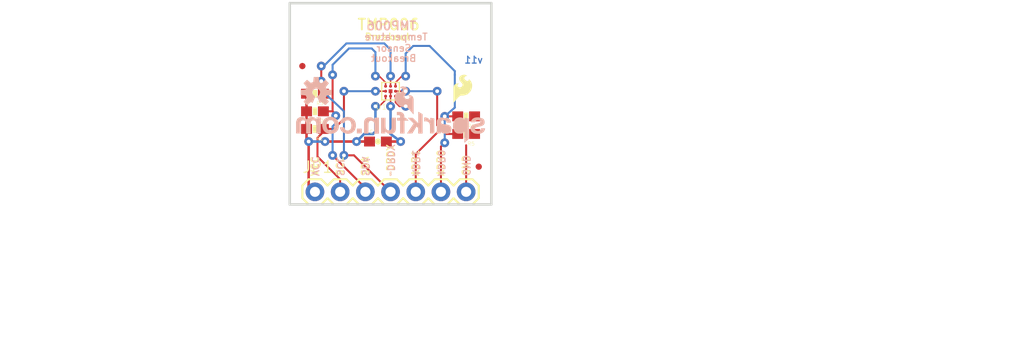
<source format=kicad_pcb>
(kicad_pcb (version 20211014) (generator pcbnew)
  (layers (0 "F.Cu" signal) (1 "In1.Cu" signal) (2 "In2.Cu" signal) (31 "B.Cu" signal) (34 "B.Paste" user) (35 "F.Paste" user) (36 "B.SilkS" user "B.Silkscreen") (37 "F.SilkS" user "F.Silkscreen") (38 "B.Mask" user) (39 "F.Mask" user) (44 "Edge.Cuts" user))
  (net 0 "")
  (net 1 "VCC")
  (net 2 "GND")
  (net 3 "SCL")
  (net 4 "SDA")
  (net 5 "~{DRDY}")
  (net 6 "ADR0")
  (net 7 "ADR1")
  (footprint "boardEagle:0603-RES" (layer "F.Cu") (at 140.8811 103.9876 180)
    (fp_text reference "R3" (at -0.889 -0.762 180) (layer "F.SilkS") (effects (font (size 0.373888 0.373888) (thickness 0.032512)) (justify right top)))
    (fp_text value "10k")
    (fp_poly (pts (xy -0.2286 0.381) (xy 0.2286 0.381) (xy 0.2286 -0.381) (xy -0.2286 -0.381)) (layer "F.SilkS") (width 0) (fill solid))
    (pad "1" smd rect (at -0.85 0 180) (size 1.1 1) (layers "F.Cu" "F.Paste" "F.Mask") (net 5 "~{DRDY}"))
    (pad "2" smd rect (at 0.85 0 180) (size 1.1 1) (layers "F.Cu" "F.Paste" "F.Mask") (net 1 "VCC"))
  )
  (footprint "boardEagle:0603-RES" (layer "F.Cu") (at 140.8811 107.5436 180)
    (fp_text reference "R1" (at -0.889 -0.762 180) (layer "F.SilkS") (effects (font (size 0.373888 0.373888) (thickness 0.032512)) (justify right top)))
    (fp_text value "10k")
    (fp_poly (pts (xy -0.2286 0.381) (xy 0.2286 0.381) (xy 0.2286 -0.381) (xy -0.2286 -0.381)) (layer "F.SilkS") (width 0) (fill solid))
    (pad "1" smd rect (at -0.85 0 180) (size 1.1 1) (layers "F.Cu" "F.Paste" "F.Mask") (net 3 "SCL"))
    (pad "2" smd rect (at 0.85 0 180) (size 1.1 1) (layers "F.Cu" "F.Paste" "F.Mask") (net 1 "VCC"))
  )
  (footprint "boardEagle:MICRO-FIDUCIAL" (layer "F.Cu") (at 157.3911 111.3536)
    (fp_text reference "FID2" hide)
    (fp_text value "FIDUCIALUFIDUCIAL" hide)
    (pad "1" smd roundrect (at 0 0) (size 0.635 0.635) (layers "F.Cu" "F.Mask") (roundrect_rratio 0.5))
  )
  (footprint "boardEagle:STAND-OFF" (layer "F.Cu") (at 140.8811 97.3836)
    (fp_text reference "STANDOFF1" hide)
    (fp_text value "STAND-OFF" hide)
    (pad "" np_thru_hole circle (at 0 0) (size 3.302 3.302) (drill 3.302) (layers *.Cu *.Mask))
  )
  (footprint "boardEagle:STAND-OFF" (layer "F.Cu") (at 156.1211 97.3836)
    (fp_text reference "STANDOFF2" hide)
    (fp_text value "STAND-OFF" hide)
    (pad "" np_thru_hole circle (at 0 0) (size 3.302 3.302) (drill 3.302) (layers *.Cu *.Mask))
  )
  (footprint "boardEagle:0603-RES" (layer "F.Cu") (at 140.8811 105.7656 180)
    (fp_text reference "R2" (at -0.889 -0.762 180) (layer "F.SilkS") (effects (font (size 0.373888 0.373888) (thickness 0.032512)) (justify right top)))
    (fp_text value "10k")
    (fp_poly (pts (xy -0.2286 0.381) (xy 0.2286 0.381) (xy 0.2286 -0.381) (xy -0.2286 -0.381)) (layer "F.SilkS") (width 0) (fill solid))
    (pad "1" smd rect (at -0.85 0 180) (size 1.1 1) (layers "F.Cu" "F.Paste" "F.Mask") (net 4 "SDA"))
    (pad "2" smd rect (at 0.85 0 180) (size 1.1 1) (layers "F.Cu" "F.Paste" "F.Mask") (net 1 "VCC"))
  )
  (footprint "boardEagle:0603-RES" (layer "F.Cu") (at 156.1211 108.0516 180)
    (fp_text reference "R5" (at -0.889 -0.762 180) (layer "F.SilkS") (effects (font (size 0.373888 0.373888) (thickness 0.032512)) (justify right top)))
    (fp_text value "10k")
    (fp_poly (pts (xy -0.2286 0.381) (xy 0.2286 0.381) (xy 0.2286 -0.381) (xy -0.2286 -0.381)) (layer "F.SilkS") (width 0) (fill solid))
    (pad "1" smd rect (at -0.85 0 180) (size 1.1 1) (layers "F.Cu" "F.Paste" "F.Mask") (net 2 "GND"))
    (pad "2" smd rect (at 0.85 0 180) (size 1.1 1) (layers "F.Cu" "F.Paste" "F.Mask") (net 7 "ADR1"))
  )
  (footprint "boardEagle:0603-RES" (layer "F.Cu") (at 156.1211 106.2736 180)
    (fp_text reference "R4" (at -0.889 -0.762 180) (layer "F.SilkS") (effects (font (size 0.373888 0.373888) (thickness 0.032512)) (justify right top)))
    (fp_text value "10k")
    (fp_poly (pts (xy -0.2286 0.381) (xy 0.2286 0.381) (xy 0.2286 -0.381) (xy -0.2286 -0.381)) (layer "F.SilkS") (width 0) (fill solid))
    (pad "1" smd rect (at -0.85 0 180) (size 1.1 1) (layers "F.Cu" "F.Paste" "F.Mask") (net 2 "GND"))
    (pad "2" smd rect (at 0.85 0 180) (size 1.1 1) (layers "F.Cu" "F.Paste" "F.Mask") (net 6 "ADR0"))
  )
  (footprint "boardEagle:0603-CAP" (layer "F.Cu") (at 147.2311 108.8136)
    (fp_text reference "C1" (at -0.889 -0.762) (layer "F.SilkS") (effects (font (size 0.373888 0.373888) (thickness 0.032512)) (justify left bottom)))
    (fp_text value "0.1uF")
    (fp_line (start 0 -0.0305) (end 0 0.0305) (layer "F.SilkS") (width 0.5588))
    (pad "1" smd rect (at -0.85 0) (size 1.1 1) (layers "F.Cu" "F.Paste" "F.Mask") (net 1 "VCC"))
    (pad "2" smd rect (at 0.85 0) (size 1.1 1) (layers "F.Cu" "F.Paste" "F.Mask") (net 2 "GND"))
  )
  (footprint "boardEagle:CREATIVE_COMMONS" (layer "F.Cu") (at 129.4511 129.1336)
    (fp_text reference "FRAME1" hide)
    (fp_text value "FRAME-LETTER" hide)
  )
  (footprint "boardEagle:1X07" (layer "F.Cu") (at 140.8811 113.8936)
    (fp_text reference "JP1" (at -1.3462 -1.8288) (layer "F.SilkS") (effects (font (size 1.143 1.143) (thickness 0.127)) (justify left bottom)))
    (fp_text value "")
    (fp_line (start 8.89 -0.635) (end 9.525 -1.27) (layer "F.SilkS") (width 0.2032))
    (fp_line (start 16.51 -0.635) (end 16.51 0.635) (layer "F.SilkS") (width 0.2032))
    (fp_line (start 12.065 1.27) (end 11.43 0.635) (layer "F.SilkS") (width 0.2032))
    (fp_line (start 3.175 -1.27) (end 3.81 -0.635) (layer "F.SilkS") (width 0.2032))
    (fp_line (start 6.35 0.635) (end 6.985 1.27) (layer "F.SilkS") (width 0.2032))
    (fp_line (start -1.27 0.635) (end -0.635 1.27) (layer "F.SilkS") (width 0.2032))
    (fp_line (start 0.635 -1.27) (end 1.27 -0.635) (layer "F.SilkS") (width 0.2032))
    (fp_line (start 3.81 0.635) (end 3.175 1.27) (layer "F.SilkS") (width 0.2032))
    (fp_line (start 11.43 0.635) (end 10.795 1.27) (layer "F.SilkS") (width 0.2032))
    (fp_line (start -0.635 -1.27) (end 0.635 -1.27) (layer "F.SilkS") (width 0.2032))
    (fp_line (start 5.715 1.27) (end 4.445 1.27) (layer "F.SilkS") (width 0.2032))
    (fp_line (start 6.985 -1.27) (end 8.255 -1.27) (layer "F.SilkS") (width 0.2032))
    (fp_line (start 8.255 1.27) (end 6.985 1.27) (layer "F.SilkS") (width 0.2032))
    (fp_line (start 15.875 1.27) (end 14.605 1.27) (layer "F.SilkS") (width 0.2032))
    (fp_line (start 3.175 1.27) (end 1.905 1.27) (layer "F.SilkS") (width 0.2032))
    (fp_line (start 4.445 1.27) (end 3.81 0.635) (layer "F.SilkS") (width 0.2032))
    (fp_line (start 1.27 -0.635) (end 1.905 -1.27) (layer "F.SilkS") (width 0.2032))
    (fp_line (start 13.335 -1.27) (end 13.97 -0.635) (layer "F.SilkS") (width 0.2032))
    (fp_line (start 1.905 1.27) (end 1.27 0.635) (layer "F.SilkS") (width 0.2032))
    (fp_line (start 10.795 -1.27) (end 11.43 -0.635) (layer "F.SilkS") (width 0.2032))
    (fp_line (start 6.35 0.635) (end 5.715 1.27) (layer "F.SilkS") (width 0.2032))
    (fp_line (start 0.635 1.27) (end -0.635 1.27) (layer "F.SilkS") (width 0.2032))
    (fp_line (start 14.605 -1.27) (end 15.875 -1.27) (layer "F.SilkS") (width 0.2032))
    (fp_line (start 14.605 -1.27) (end 13.97 -0.635) (layer "F.SilkS") (width 0.2032))
    (fp_line (start 9.525 1.27) (end 8.89 0.635) (layer "F.SilkS") (width 0.2032))
    (fp_line (start 13.97 0.635) (end 13.335 1.27) (layer "F.SilkS") (width 0.2032))
    (fp_line (start 11.43 -0.635) (end 12.065 -1.27) (layer "F.SilkS") (width 0.2032))
    (fp_line (start 12.065 -1.27) (end 13.335 -1.27) (layer "F.SilkS") (width 0.2032))
    (fp_line (start 1.905 -1.27) (end 3.175 -1.27) (layer "F.SilkS") (width 0.2032))
    (fp_line (start -0.635 -1.27) (end -1.27 -0.635) (layer "F.SilkS") (width 0.2032))
    (fp_line (start 8.255 -1.27) (end 8.89 -0.635) (layer "F.SilkS") (width 0.2032))
    (fp_line (start 9.525 -1.27) (end 10.795 -1.27) (layer "F.SilkS") (width 0.2032))
    (fp_line (start 15.875 -1.27) (end 16.51 -0.635) (layer "F.SilkS") (width 0.2032))
    (fp_line (start 8.89 0.635) (end 8.255 1.27) (layer "F.SilkS") (width 0.2032))
    (fp_line (start 10.795 1.27) (end 9.525 1.27) (layer "F.SilkS") (width 0.2032))
    (fp_line (start 3.81 -0.635) (end 4.445 -1.27) (layer "F.SilkS") (width 0.2032))
    (fp_line (start 13.335 1.27) (end 12.065 1.27) (layer "F.SilkS") (width 0.2032))
    (fp_line (start 6.985 -1.27) (end 6.35 -0.635) (layer "F.SilkS") (width 0.2032))
    (fp_line (start 13.97 0.635) (end 14.605 1.27) (layer "F.SilkS") (width 0.2032))
    (fp_line (start 1.27 0.635) (end 0.635 1.27) (layer "F.SilkS") (width 0.2032))
    (fp_line (start 16.51 0.635) (end 15.875 1.27) (layer "F.SilkS") (width 0.2032))
    (fp_line (start -1.27 -0.635) (end -1.27 0.635) (layer "F.SilkS") (width 0.2032))
    (fp_line (start 4.445 -1.27) (end 5.715 -1.27) (layer "F.SilkS") (width 0.2032))
    (fp_line (start 5.715 -1.27) (end 6.35 -0.635) (layer "F.SilkS") (width 0.2032))
    (pad "1" thru_hole circle (at 0 0 90) (size 1.8796 1.8796) (drill 1.016) (layers *.Cu *.Mask) (net 1 "VCC"))
    (pad "2" thru_hole circle (at 2.54 0 90) (size 1.8796 1.8796) (drill 1.016) (layers *.Cu *.Mask) (net 3 "SCL"))
    (pad "3" thru_hole circle (at 5.08 0 90) (size 1.8796 1.8796) (drill 1.016) (layers *.Cu *.Mask) (net 4 "SDA"))
    (pad "4" thru_hole circle (at 7.62 0 90) (size 1.8796 1.8796) (drill 1.016) (layers *.Cu *.Mask) (net 5 "~{DRDY}"))
    (pad "5" thru_hole circle (at 10.16 0 90) (size 1.8796 1.8796) (drill 1.016) (layers *.Cu *.Mask) (net 7 "ADR1"))
    (pad "6" thru_hole circle (at 12.7 0 90) (size 1.8796 1.8796) (drill 1.016) (layers *.Cu *.Mask) (net 6 "ADR0"))
    (pad "7" thru_hole circle (at 15.24 0 90) (size 1.8796 1.8796) (drill 1.016) (layers *.Cu *.Mask) (net 2 "GND"))
  )
  (footprint "boardEagle:SFE-LOGO-FLAME" (layer "F.Cu") (at 154.8511 104.8766)
    (fp_text reference "LOGO1" hide)
    (fp_text value "LOGO-SFESK" hide)
    (fp_poly (pts (xy 1.126002 -2.808203) (xy 1.215449 -2.785829) (xy 1.228477 -2.780783) (xy 1.240149 -2.774875) (xy 1.25686 -2.766576) (xy 1.275552 -2.759834) (xy 1.371694 -2.7026) (xy 1.3793 -2.7026) (xy 1.3793 -2.6772) (xy 1.306833 -2.6772) (xy 1.208418 -2.657914) (xy 1.074855 -2.495286) (xy 1.079365 -2.436825) (xy 1.12809 -2.341869) (xy 1.204666 -2.265196) (xy 1.294069 -2.200638) (xy 1.369348 -2.168824) (xy 1.450737 -2.171632) (xy 1.458864 -2.174186) (xy 1.466257 -2.177389) (xy 1.530514 -2.236956) (xy 1.5368 -2.259812) (xy 1.5368 -2.377938) (xy 1.763707 -2.148127) (xy 1.868186 -1.856841) (xy 1.871603 -1.856894) (xy 1.87806 -1.650435) (xy 1.848857 -1.45742) (xy 1.785308 -1.272842) (xy 1.6663 -1.061578) (xy 1.6663 -1.080581) (xy 1.378131 -0.80901) (xy 0.982239 -0.6985) (xy 0.753005 -0.6985) (xy 0.716201 -0.692046) (xy 0.681776 -0.679592) (xy 0.496322 -0.541784) (xy -0.0126 0.03091) (xy -0.0126 -1.52077) (xy 0.060004 -1.761967) (xy 0.168295 -1.865489) (xy 0.307122 -1.917522) (xy 0.4039 -1.925089) (xy 0.499384 -1.917623) (xy 0.55991 -1.908099) (xy 0.557788 -1.884433) (xy 0.522216 -1.885242) (xy 0.501784 -1.876141) (xy 0.420519 -1.817154) (xy 0.400722 -1.79067) (xy 0.390395 -1.7285) (xy 0.400905 -1.665229) (xy 0.421405 -1.625174) (xy 0.452343 -1.592685) (xy 0.546535 -1.54355) (xy 0.652229 -1.531742) (xy 0.742768 -1.550084) (xy 0.82422 -1.589656) (xy 0.92203 -1.754659) (xy 0.907706 -1.848844) (xy 0.850914 -1.930401) (xy 0.584707 -2.263237) (xy 0.561667 -2.510855) (xy 0.627495 -2.621556) (xy 0.629042 -2.623103) (xy 0.778901 -2.74712) (xy 1.032676 -2.817064)) (layer "F.SilkS") (width 0) (fill solid))
  )
  (footprint "boardEagle:MICRO-FIDUCIAL" (layer "F.Cu") (at 139.6111 101.1936)
    (fp_text reference "FID1" hide)
    (fp_text value "FIDUCIALUFIDUCIAL" hide)
    (pad "1" smd roundrect (at 0 0) (size 0.635 0.635) (layers "F.Cu" "F.Mask") (roundrect_rratio 0.5))
  )
  (footprint "boardEagle:BGA8DS" (layer "F.Cu") (at 148.5011 103.7336)
    (fp_text reference "U1" (at -1.524 1.905) (layer "F.SilkS") (effects (font (size 0.560832 0.560832) (thickness 0.048768)) (justify left bottom)))
    (fp_text value "TMP006")
    (fp_line (start 0 0) (end 0 0.500381) (layer "F.Cu") (width 0.127))
    (fp_poly (pts (xy -0.1905 0.1905) (xy 0.1905 0.1905) (xy 0.1905 -0.1905) (xy -0.1905 -0.1905)) (layer "F.Cu") (width 0) (fill solid))
    (fp_line (start -0.889 -0.889) (end 0.889 -0.889) (layer "F.SilkS") (width 0.127))
    (fp_line (start -0.889 0.889) (end -0.889 -0.889) (layer "F.SilkS") (width 0.127))
    (fp_line (start 0.889 0.889) (end -0.889 0.889) (layer "F.SilkS") (width 0.127))
    (fp_line (start 0.889 -0.889) (end 0.889 0.889) (layer "F.SilkS") (width 0.127))
    (fp_circle (center 1.1938 0.6858) (end 1.287781 0.6858) (layer "F.SilkS") (width 0.1778) (fill none))
    (pad "A1" smd roundrect (at 0.500381 0.500381) (size 0.3048 0.3048) (layers "F.Cu" "F.Paste" "F.Mask") (roundrect_rratio 0.5) (net 2 "GND"))
    (pad "A2" smd roundrect (at 0 0.500381) (size 0.3048 0.3048) (layers "F.Cu" "F.Paste" "F.Mask") (roundrect_rratio 0.5) (net 2 "GND"))
    (pad "A3" smd roundrect (at -0.500381 0.500381) (size 0.3048 0.3048) (layers "F.Cu" "F.Paste" "F.Mask") (roundrect_rratio 0.5) (net 1 "VCC"))
    (pad "B1" smd roundrect (at 0.500381 0) (size 0.3048 0.3048) (layers "F.Cu" "F.Paste" "F.Mask") (roundrect_rratio 0.5) (net 7 "ADR1"))
    (pad "B3" smd roundrect (at -0.500381 0) (size 0.3048 0.3048) (layers "F.Cu" "F.Paste" "F.Mask") (roundrect_rratio 0.5) (net 3 "SCL"))
    (pad "C1" smd roundrect (at 0.500381 -0.500381) (size 0.3048 0.3048) (layers "F.Cu" "F.Paste" "F.Mask") (roundrect_rratio 0.5) (net 6 "ADR0"))
    (pad "C2" smd roundrect (at 0 -0.500381) (size 0.3048 0.3048) (layers "F.Cu" "F.Paste" "F.Mask") (roundrect_rratio 0.5) (net 5 "~{DRDY}"))
    (pad "C3" smd roundrect (at -0.500381 -0.500381) (size 0.3048 0.3048) (layers "F.Cu" "F.Paste" "F.Mask") (roundrect_rratio 0.5) (net 4 "SDA"))
  )
  (footprint "boardEagle:OSHW-LOGO-S" (layer "B.Cu") (at 141.0081 103.8606 180)
    (fp_text reference "LOGO2" hide)
    (fp_text value "OSHW-LOGOS" hide)
    (fp_poly (pts (xy 0.301647 1.061351) (xy 0.42347 1.022344) (xy 0.537177 0.963769) (xy 0.92862 1.282946) (xy 1.282946 0.92862) (xy 0.961035 0.533823) (xy 1.057046 0.302084) (xy 1.5638 0.250561) (xy 1.5638 -0.250561) (xy 1.057046 -0.302084) (xy 0.961035 -0.533823) (xy 1.282946 -0.92862) (xy 0.92862 -1.282946) (xy 0.537177 -0.96377) (xy 0.356601 -1.056794) (xy 0.088679 -0.410073) (xy 0.326262 -0.2176) (xy 0.373649 -0.121468) (xy 0.392729 -0.010339) (xy 0.379464 0.101634) (xy 0.334947 0.205229) (xy 0.262842 0.291918) (xy 0.169087 0.354561) (xy 0.061406 0.387999) (xy -0.051342 0.38948) (xy -0.159868 0.358881) (xy -0.255234 0.298724) (xy -0.329589 0.213962) (xy -0.376813 0.111569) (xy -0.392176 0.005767) (xy -0.322923 -0.222565) (xy -0.249312 -0.303773) (xy 0.091677 -0.5081) (xy -0.12929 -0.5081) (xy -0.355332 -1.053732) (xy -0.506597 -0.983577) (xy -0.538922 -0.965192) (xy -0.92862 -1.282946) (xy -1.282946 -0.92862) (xy -0.961035 -0.533823) (xy -1.057046 -0.302084) (xy -1.5638 -0.250561) (xy -1.5638 0.250561) (xy -1.057046 0.302084) (xy -0.961035 0.533823) (xy -1.282946 0.92862) (xy -0.92862 1.282946) (xy -0.533823 0.961035) (xy -0.302084 1.057046) (xy -0.250561 1.5638) (xy 0.250561 1.5638)) (layer "B.SilkS") (width 0) (fill solid))
  )
  (footprint "boardEagle:SFE-NEW-WEBLOGO" (layer "B.Cu") (at 158.0261 108.9406 180)
    (fp_text reference "LOGO3" hide)
    (fp_text value "LOGO-SFENEW" hide)
    (fp_line (start 12.1818 2.0091) (end 12.1818 0.955) (layer "B.SilkS") (width 0.0254))
    (fp_line (start 11.1379 0.9449) (end 10.7163 0.9449) (layer "B.SilkS") (width 0.0254))
    (fp_line (start 15.5499 2.2911) (end 15.527 2.2911) (layer "B.SilkS") (width 0.0254))
    (fp_line (start 15.5499 2.6137) (end 15.5499 2.2911) (layer "B.SilkS") (width 0.0254))
    (fp_line (start 15.5702 2.2962) (end 15.5702 2.6137) (layer "B.SilkS") (width 0.0254))
    (fp_line (start 15.5702 2.6137) (end 15.5854 2.6137) (layer "B.SilkS") (width 0.0254))
    (fp_line (start 10.7163 2.5171) (end 11.1201 2.5171) (layer "B.SilkS") (width 0.0254))
    (fp_line (start 11.1201 2.5171) (end 11.1201 2.2962) (layer "B.SilkS") (width 0.0254))
    (fp_line (start 11.1201 2.2962) (end 11.1277 2.2962) (layer "B.SilkS") (width 0.0254))
    (fp_line (start 12.1818 0.955) (end 11.7729 0.955) (layer "B.SilkS") (width 0.0254))
    (fp_line (start 10.7163 0.9449) (end 10.7163 2.5171) (layer "B.SilkS") (width 0.0254))
    (fp_line (start 11.7729 0.955) (end 11.7729 1.9202) (layer "B.SilkS") (width 0.0254))
    (fp_line (start 11.1379 1.8136) (end 11.1379 0.9449) (layer "B.SilkS") (width 0.0254))
    (fp_arc (start 14.7523 1.5672) (mid 14.792796 1.413418) (end 14.8615 1.27) (layer "B.SilkS") (width 0.0254))
    (fp_arc (start 11.1379 1.8821) (mid 11.137681 1.84785) (end 11.1379 1.8136) (layer "B.SilkS") (width 0.0254))
    (fp_arc (start 12.1488 2.232699) (mid 12.104013 2.336521) (end 12.0345 2.4257) (layer "B.SilkS") (width 0.0254))
    (fp_arc (start 15.1714 1.6383) (mid 15.194331 1.520588) (end 15.24 1.4097) (layer "B.SilkS") (width 0.0254))
    (fp_arc (start 15.527 2.2911) (mid 15.388433 2.258974) (end 15.278099 2.1692) (layer "B.SilkS") (width 0.0254))
    (fp_arc (start 11.7729 1.9202) (mid 11.758038 2.02962) (end 11.7145 2.1311) (layer "B.SilkS") (width 0.0254))
    (fp_arc (start 11.1684 2.0396) (mid 11.146105 1.962214) (end 11.1379 1.8821) (layer "B.SilkS") (width 0.0254))
    (fp_arc (start 15.7277 2.2708) (mid 15.650001 2.290018) (end 15.5702 2.2962) (layer "B.SilkS") (width 0.0254))
    (fp_arc (start 11.1455 2.3038) (mid 11.152103 2.311188) (end 11.1582 2.319) (layer "B.SilkS") (width 0.0254))
    (fp_arc (start 16.129 2.4181) (mid 15.978822 2.520652) (end 15.809 2.5857) (layer "B.SilkS") (width 0.0254))
    (fp_arc (start 15.1689 1.8847) (mid 15.165026 1.761448) (end 15.1714 1.6383) (layer "B.SilkS") (width 0.0254))
    (fp_arc (start 15.5499 2.6137) (mid 15.331296 2.577713) (end 15.1282 2.4892) (layer "B.SilkS") (width 0.0254))
    (fp_arc (start 14.8615 1.27) (mid 14.919858 1.189481) (end 14.9911 1.1201) (layer "B.SilkS") (width 0.0254))
    (fp_arc (start 11.1277 2.2962) (mid 11.137379 2.298176) (end 11.1455 2.3038) (layer "B.SilkS") (width 0.0254))
    (fp_arc (start 11.5672 2.5552) (mid 11.411238 2.523841) (end 11.2725 2.446) (layer "B.SilkS") (width 0.0254))
    (fp_arc (start 15.7632 1.2725) (mid 15.846801 1.329279) (end 15.908 1.4097) (layer "B.SilkS") (width 0.0254))
    (fp_arc (start 15.9868 1.7196) (mid 15.980368 1.846143) (end 15.9588 1.971) (layer "B.SilkS") (width 0.0254))
    (fp_arc (start 11.4198 2.2327) (mid 11.475702 2.235165) (end 11.5316 2.2377) (layer "B.SilkS") (width 0.0254))
    (fp_arc (start 11.2725 2.446) (mid 11.226399 2.404414) (end 11.1862 2.3571) (layer "B.SilkS") (width 0.0254))
    (fp_arc (start 15.128201 2.4892) (mid 14.882786 2.260687) (end 14.7549 1.9507) (layer "B.SilkS") (width 0.0254))
    (fp_arc (start 11.5976 2.2276) (mid 11.565101 2.235925) (end 11.5316 2.2377) (layer "B.SilkS") (width 0.0254))
    (fp_arc (start 12.1818 2.0091) (mid 12.172765 2.122002) (end 12.1488 2.2327) (layer "B.SilkS") (width 0.0254))
    (fp_arc (start 12.0345 2.425699) (mid 11.911985 2.51116) (end 11.7678 2.5502) (layer "B.SilkS") (width 0.0254))
    (fp_arc (start 16.4033 1.808499) (mid 16.333054 2.143404) (end 16.129 2.4181) (layer "B.SilkS") (width 0.0254))
    (fp_arc (start 11.7145 2.1311) (mid 11.664346 2.1894) (end 11.5976 2.2276) (layer "B.SilkS") (width 0.0254))
    (fp_arc (start 15.2781 2.1692) (mid 15.20247 2.035022) (end 15.168899 1.8847) (layer "B.SilkS") (width 0.0254))
    (fp_arc (start 11.7678 2.5502) (mid 11.667584 2.556058) (end 11.5672 2.5552) (layer "B.SilkS") (width 0.0254))
    (fp_arc (start 15.809 2.5857) (mid 15.698073 2.606673) (end 15.5854 2.6137) (layer "B.SilkS") (width 0.0254))
    (fp_arc (start 15.9029 0.9754) (mid 16.153433 1.12491) (end 16.317 1.3665) (layer "B.SilkS") (width 0.0254))
    (fp_arc (start 11.2598 2.1692) (mid 11.206137 2.110016) (end 11.1684 2.0396) (layer "B.SilkS") (width 0.0254))
    (fp_arc (start 15.9588 1.971) (mid 15.910982 2.096372) (end 15.8318 2.2047) (layer "B.SilkS") (width 0.0254))
    (fp_arc (start 16.317 1.3665) (mid 16.380488 1.583529) (end 16.4033 1.8085) (layer "B.SilkS") (width 0.0254))
    (fp_arc (start 15.908 1.4097) (mid 15.966057 1.559906) (end 15.9868 1.7196) (layer "B.SilkS") (width 0.0254))
    (fp_arc (start 15.24 1.4097) (mid 15.31871 1.3127) (end 15.428 1.2522) (layer "B.SilkS") (width 0.0254))
    (fp_arc (start 11.1862 2.3571) (mid 11.172158 2.338081) (end 11.1582 2.319) (layer "B.SilkS") (width 0.0254))
    (fp_arc (start 15.8318 2.2047) (mid 15.783745 2.244042) (end 15.7277 2.2708) (layer "B.SilkS") (width 0.0254))
    (fp_arc (start 14.9911 1.1201) (mid 15.249615 0.972855) (end 15.5423 0.9195) (layer "B.SilkS") (width 0.0254))
    (fp_arc (start 14.7549 1.9507) (mid 14.737287 1.759061) (end 14.7523 1.5672) (layer "B.SilkS") (width 0.0254))
    (fp_arc (start 11.4198 2.2327) (mid 11.334441 2.214452) (end 11.259799 2.1692) (layer "B.SilkS") (width 0.0254))
    (fp_arc (start 15.428 1.2522) (mid 15.597525 1.230563) (end 15.7632 1.2725) (layer "B.SilkS") (width 0.0254))
    (fp_arc (start 15.5423 0.9195) (mid 15.724919 0.932492) (end 15.9029 0.9754) (layer "B.SilkS") (width 0.0254))
    (fp_poly (pts (xy 9.4234 1.520809) (xy 9.472888 1.359974) (xy 9.516069 1.308185) (xy 9.573108 1.271734) (xy 9.714103 1.241374) (xy 9.853529 1.268908) (xy 10.003067 1.442966) (xy 10.033 1.684784) (xy 10.033 2.5273) (xy 10.48 2.5273) (xy 10.48 0.9398) (xy 10.0533 0.9398) (xy 10.0533 1.159713) (xy 9.961626 1.051965) (xy 9.823848 0.946774) (xy 9.797269 0.933513) (xy 9.76873 0.924761) (xy 9.46843 0.899096) (xy 9.311419 0.929258) (xy 9.173895 1.0008) (xy 9.172522 1.0008) (xy 9.155194 1.014756) (xy 9.141833 1.028106) (xy 9.055991 1.150842) (xy 9.0022 1.291099) (xy 8.984 1.439423) (xy 8.984 2.5324) (xy 9.4234 2.5324)) (layer "B.SilkS") (width 0) (fill solid))
    (fp_poly (pts (xy 8.337002 5.691103) (xy 8.426449 5.668729) (xy 8.439477 5.663683) (xy 8.451149 5.657775) (xy 8.46786 5.649476) (xy 8.486552 5.642734) (xy 8.582694 5.5855) (xy 8.5903 5.5855) (xy 8.5903 5.5601) (xy 8.517833 5.5601) (xy 8.419418 5.540814) (xy 8.285855 5.378186) (xy 8.290365 5.319725) (xy 8.33909 5.224769) (xy 8.415666 5.148096) (xy 8.505069 5.083538) (xy 8.580348 5.051724) (xy 8.661737 5.054532) (xy 8.669864 5.057086) (xy 8.677257 5.060289) (xy 8.741514 5.119856) (xy 8.7478 5.142712) (xy 8.7478 5.260838) (xy 8.974707 5.031027) (xy 9.079186 4.739741) (xy 9.082603 4.739794) (xy 9.08906 4.533335) (xy 9.059857 4.34032) (xy 8.996308 4.155742) (xy 8.8773 3.944478) (xy 8.8773 3.963481) (xy 8.589131 3.69191) (xy 8.193239 3.5814) (xy 7.964005 3.5814) (xy 7.927201 3.574946) (xy 7.892776 3.562492) (xy 7.707322 3.424684) (xy 7.1984 2.85199) (xy 7.1984 4.40367) (xy 7.271004 4.644867) (xy 7.379295 4.748389) (xy 7.518122 4.800422) (xy 7.6149 4.807989) (xy 7.710384 4.800523) (xy 7.77091 4.790999) (xy 7.768788 4.767333) (xy 7.733216 4.768142) (xy 7.712784 4.759041) (xy 7.631519 4.700054) (xy 7.611722 4.67357) (xy 7.601395 4.6114) (xy 7.611905 4.548129) (xy 7.632405 4.508074) (xy 7.663343 4.475585) (xy 7.757535 4.42645) (xy 7.863229 4.414642) (xy 7.953768 4.432984) (xy 8.03522 4.472556) (xy 8.13303 4.637559) (xy 8.118706 4.731744) (xy 8.061914 4.813301) (xy 7.795707 5.146137) (xy 7.772667 5.393755) (xy 7.838495 5.504456) (xy 7.840042 5.506003) (xy 7.989901 5.63002) (xy 8.243676 5.699964)) (layer "B.SilkS") (width 0) (fill solid))
    (fp_poly (pts (xy 0.803285 2.567895) (xy 0.944243 2.553799) (xy 1.081508 2.516334) (xy 1.193542 2.461399) (xy 1.291841 2.383865) (xy 1.357039 2.297824) (xy 1.377068 2.257603) (xy 1.393653 2.216867) (xy 1.417283 2.151914) (xy 1.353784 2.105111) (xy 1.152335 2.254241) (xy 0.736496 2.387002) (xy 0.372563 2.277101) (xy 0.417885 2.019712) (xy 1.241556 1.540676) (xy 1.263422 1.497067) (xy 1.147655 1.152457) (xy 0.724605 1.058492) (xy -0.038666 1.4605) (xy 0.4115 1.4605) (xy 0.4115 1.443466) (xy 0.420402 1.369907) (xy 0.454647 1.305856) (xy 0.524204 1.243359) (xy 0.610838 1.206018) (xy 0.637726 1.200933) (xy 0.665996 1.198897) (xy 0.7328 1.198389) (xy 0.79791 1.198884) (xy 0.968129 1.258019) (xy 1.007666 1.302193) (xy 1.028603 1.358428) (xy 1.025789 1.425439) (xy 0.995864 1.485288) (xy 0.943734 1.527918) (xy 0.715431 1.605731) (xy 0.533161 1.644154) (xy 0.351479 1.692254) (xy 0.230117 1.743632) (xy 0.122357 1.822697) (xy 0.0457 1.960096) (xy 0.0457 1.963141) (xy 0.038572 2.135467) (xy 0.0838 2.300409) (xy 0.0838 2.303445) (xy 0.206233 2.444416) (xy 0.620397 2.567885) (xy 0.71245 2.568634)) (layer "B.SilkS") (width 0) (fill solid))
    (fp_poly (pts (xy 12.4257 0.9449) (xy 12.921 0.9449) (xy 12.921 1.43) (xy 12.4257 1.43)) (layer "B.SilkS") (width 0) (fill solid))
    (fp_poly (pts (xy 2.834651 2.506079) (xy 2.92707 2.450683) (xy 3.011605 2.383731) (xy 3.1267 2.221709) (xy 3.1267 2.263503) (xy 3.219434 1.972794) (xy 3.236098 1.526727) (xy 3.068933 1.135798) (xy 2.975978 1.041462) (xy 2.864973 0.970996) (xy 2.740356 0.92713) (xy 2.372489 0.922) (xy 2.370226 0.922) (xy 2.254471 0.962806) (xy 2.0828 1.127587) (xy 2.0828 -0.010757) (xy 1.6434 0.385552) (xy 1.6434 2.45912) (xy 2.057593 2.537568) (xy 2.055012 2.330538) (xy 2.068304 2.345345) (xy 2.15812 2.442839) (xy 2.234107 2.497896) (xy 2.368681 2.552194) (xy 2.419192 2.562883) (xy 2.620347 2.565422)) (layer "B.SilkS") (width 0) (fill solid))
    (fp_poly (pts (xy 1.201557 2.290098) (xy 1.414074 2.156268) (xy 1.42383 2.065) (xy 1.01008 2.065) (xy 1.00135 2.126336) (xy 0.936084 2.220524) (xy 0.871818 2.257603) (xy 0.798545 2.2758) (xy 0.628591 2.2758) (xy 0.583991 2.267366) (xy 0.541641 2.251683) (xy 0.51157 2.232098) (xy 0.488615 2.205726) (xy 0.469153 2.152745) (xy 0.474605 2.097619) (xy 0.521549 2.031824) (xy 0.664468 1.962838) (xy 0.866638 1.922444) (xy 1.206678 1.822687) (xy 1.354318 1.729494) (xy 1.389578 1.692366) (xy 1.416579 1.648151) (xy 1.460229 1.440208) (xy 1.447804 1.4376) (xy 1.460484 1.436955) (xy 1.457817 1.384541) (xy 1.452657 1.33034) (xy 1.371775 1.140043) (xy 1.14885 0.969822) (xy 1.013381 0.927267) (xy 0.74708 0.904177) (xy 0.617383 0.909691) (xy 0.487493 0.922202) (xy 0.306845 0.984179) (xy 0.185213 1.061804) (xy 0.109225 1.132023) (xy 0.056988 1.2215) (xy 0.013059 1.350644) (xy 0.002577 1.410659) (xy -0.00152 1.469003) (xy 0.738195 1.10308) (xy 1.120535 1.189415) (xy 1.224069 1.497645) (xy 0.809011 1.723764) (xy 0.364394 1.98847) (xy 0.308075 2.310537) (xy 0.741882 2.423672)) (layer "B.SilkS") (width 0) (fill solid))
    (fp_poly (pts (xy 11.770768 2.56283) (xy 12.043428 2.435548) (xy 12.160999 2.237024) (xy 12.1945 2.010032) (xy 12.1945 0.9423) (xy 11.7602 0.9423) (xy 11.7602 1.918474) (xy 11.70302 2.124971) (xy 11.656141 2.179464) (xy 11.593345 2.215403) (xy 11.53092 2.224956) (xy 11.476269 2.222478) (xy 11.422495 2.220106) (xy 11.268 2.158791) (xy 11.18035 2.034508) (xy 11.1506 1.880883) (xy 11.1506 0.9322) (xy 10.7036 0.9322) (xy 10.7036 2.5298) (xy 11.1328 2.5298) (xy 11.1328 2.310454) (xy 11.136857 2.313263) (xy 11.148195 2.326834) (xy 11.161924 2.345602) (xy 11.176241 2.364992) (xy 11.217267 2.413279) (xy 11.265048 2.456381) (xy 11.406772 2.535896) (xy 11.566093 2.567932)) (layer "B.SilkS") (width 0) (fill solid))
    (fp_poly (pts (xy 6.7335 1.97376) (xy 7.284539 2.5248) (xy 7.78835 2.5248) (xy 7.197009 1.946483) (xy 7.869909 0.937183) (xy 7.330929 0.939835) (xy 6.903958 1.643716) (xy 6.7386 1.483032) (xy 6.7386 0.9296) (xy 6.306639 0.9296) (xy 6.2941 0.942139) (xy 6.2941 2.887776) (xy 6.7335 3.138467)) (layer "B.SilkS") (width 0) (fill solid))
    (fp_poly (pts (xy 14.181776 2.563159) (xy 14.181555 2.560669) (xy 14.327447 2.496725) (xy 14.547848 2.246517) (xy 14.619242 1.9914) (xy 14.1707 1.9914) (xy 14.1707 2.005388) (xy 14.15242 2.10038) (xy 14.100807 2.180729) (xy 14.023181 2.236025) (xy 13.860405 2.2706) (xy 13.694207 2.245798) (xy 13.653262 2.227396) (xy 13.618712 2.198612) (xy 13.531409 2.074936) (xy 13.459735 1.779947) (xy 13.507258 1.471936) (xy 13.55233 1.379537) (xy 13.718934 1.256376) (xy 13.795519 1.238584) (xy 13.875272 1.234455) (xy 13.963395 1.249226) (xy 14.044683 1.286045) (xy 14.088707 1.320383) (xy 14.123821 1.362695) (xy 14.191983 1.5646) (xy 14.6202 1.5646) (xy 14.6202 1.546046) (xy 14.607183 1.4497) (xy 14.551954 1.307962) (xy 14.468685 1.180108) (xy 14.234909 0.989147) (xy 13.88734 0.904104) (xy 13.726062 0.914148) (xy 13.567886 0.942693) (xy 13.423659 0.994928) (xy 13.188191 1.185237) (xy 13.098694 1.32648) (xy 13.017451 1.644495) (xy 13.0251 1.894992) (xy 13.0251 1.896181) (xy 13.064859 2.076939) (xy 13.14486 2.243932) (xy 13.26133 2.388842) (xy 13.574558 2.580191) (xy 13.883988 2.616332)) (layer "B.SilkS") (width 0) (fill solid))
    (fp_poly (pts (xy 4.444983 2.544915) (xy 4.588724 2.501712) (xy 4.72259 2.430523) (xy 4.844814 2.271666) (xy 4.859671 2.1819) (xy 4.8616 2.1819) (xy 4.8616 1.6891) (xy 4.864173 1.6891) (xy 4.861603 1.242544) (xy 4.871819 1.108765) (xy 4.906709 0.979276) (xy 4.920484 0.9423) (xy 4.495275 0.9423) (xy 4.477494 0.951279) (xy 4.472002 0.970735) (xy 4.468249 0.985133) (xy 4.446292 1.084946) (xy 4.440321 1.089528) (xy 4.438946 1.088886) (xy 4.309064 0.98859) (xy 4.153188 0.927249) (xy 3.824183 0.906712) (xy 3.683825 0.938256) (xy 3.554173 1.000134) (xy 3.486826 1.05665) (xy 3.437273 1.130532) (xy 3.3807 1.444163) (xy 3.3807 1.446675) (xy 3.401941 1.543624) (xy 3.446308 1.632822) (xy 3.527788 1.722902) (xy 3.632416 1.784766) (xy 3.937258 1.861632) (xy 4.048648 1.873601) (xy 4.159032 1.884616) (xy 4.224808 1.893434) (xy 4.289167 1.907055) (xy 4.336271 1.923637) (xy 4.379043 1.948303) (xy 4.407461 1.974391) (xy 4.413402 1.982997) (xy 4.4171 1.991455) (xy 4.4171 2.14983) (xy 4.358226 2.232254) (xy 4.254396 2.270917) (xy 4.188033 2.274326) (xy 4.120968 2.275774) (xy 4.006679 2.25395) (xy 3.883049 2.131716) (xy 3.8659 2.045941) (xy 3.8659 2.0295) (xy 3.429 2.0295) (xy 3.429 2.040006) (xy 3.418965 2.041638) (xy 3.439259 2.166448) (xy 3.491292 2.283494) (xy 3.571378 2.383462) (xy 3.674008 2.459597) (xy 3.791998 2.513469) (xy 3.916944 2.547448) (xy 4.18103 2.571338)) (layer "B.SilkS") (width 0) (fill solid))
    (fp_poly (pts (xy 6.1316 2.557116) (xy 6.1316 2.1463) (xy 6.115783 2.1463) (xy 6.10653 2.147054) (xy 6.097893 2.149211) (xy 6.068387 2.157247) (xy 6.038922 2.161538) (xy 5.96265 2.16474) (xy 5.887609 2.16159) (xy 5.731931 2.107297) (xy 5.637642 2.018651) (xy 5.577302 1.903423) (xy 5.5499 1.736362) (xy 5.5499 0.9423) (xy 5.107878 0.9423) (xy 5.110519 2.454146) (xy 5.522 2.527255) (xy 5.522 2.234211) (xy 5.526569 2.235704) (xy 5.544428 2.262537) (xy 5.578841 2.314524) (xy 5.613758 2.367854) (xy 5.686736 2.438162) (xy 5.778008 2.498223) (xy 5.979984 2.565515)) (layer "B.SilkS") (width 0) (fill solid))
    (fp_poly (pts (xy 17.714962 2.583496) (xy 17.714669 2.58013) (xy 17.812284 2.526288) (xy 17.900302 2.442716) (xy 17.956995 2.351455) (xy 17.961394 2.355854) (xy 18.007182 2.404147) (xy 18.086856 2.480888) (xy 18.177617 2.546023) (xy 18.30384 2.60027) (xy 18.440544 2.616304) (xy 18.698981 2.580082) (xy 18.93345 2.426436) (xy 19.05 2.112985) (xy 19.05 0.9398) (xy 18.6004 0.9398) (xy 18.6004 1.979658) (xy 18.558302 2.150487) (xy 18.49797 2.220003) (xy 18.412014 2.255689) (xy 18.322362 2.262413) (xy 18.233537 2.253336) (xy 18.121633 2.190061) (xy 18.068614 2.109201) (xy 18.041426 2.014408) (xy 18.036069 1.960144) (xy 18.034 1.904767) (xy 18.034 0.9398) (xy 17.5768 0.9398) (xy 17.5768 2.006808) (xy 17.507834 2.191589) (xy 17.433119 2.246143) (xy 17.339789 2.26304) (xy 17.298061 2.260863) (xy 17.256145 2.258198) (xy 17.19103 2.2421) (xy 17.135402 2.205103) (xy 17.092564 2.160343) (xy 17.055171 2.112821) (xy 17.0155 1.934108) (xy 17.0155 0.9423) (xy 16.5583 0.9423) (xy 16.5583 2.573) (xy 16.9824 2.573) (xy 16.9824 2.355139) (xy 16.985319 2.355789) (xy 17.015959 2.3959) (xy 17.093229 2.475705) (xy 17.171263 2.538367) (xy 17.262579 2.579887) (xy 17.318155 2.59498) (xy 17.374103 2.605849) (xy 17.443329 2.614463) (xy 17.514022 2.618767)) (layer "B.SilkS") (width 0) (fill solid))
    (fp_poly (pts (xy 15.5499 2.609649) (xy 15.5499 2.29782) (xy 15.429469 2.281338) (xy 15.314616 2.217851) (xy 15.23586 2.109416) (xy 15.196312 2.020604) (xy 15.168868 1.873153) (xy 15.163824 1.687316) (xy 15.181322 1.562471) (xy 15.218744 1.447652) (xy 15.272523 1.345) (xy 15.437302 1.244156) (xy 15.6121 1.221967) (xy 15.787119 1.281181) (xy 15.894998 1.379217) (xy 15.949332 1.500229) (xy 15.9868 1.655017) (xy 15.9868 1.797481) (xy 15.961756 1.990339) (xy 15.88736 2.151531) (xy 15.803924 2.232457) (xy 15.708711 2.283762) (xy 15.58997 2.2936) (xy 15.567485 2.2936) (xy 15.57294 2.617878) (xy 15.788992 2.590535) (xy 15.954486 2.53364) (xy 16.155367 2.394616) (xy 16.266844 2.264968) (xy 16.37246 2.027864) (xy 16.400898 1.805948) (xy 16.375193 1.592623) (xy 16.305839 1.343513) (xy 16.222719 1.211114) (xy 16.101494 1.095067) (xy 15.987532 1.014773) (xy 15.799031 0.950211) (xy 15.544583 0.924513) (xy 15.240687 0.965682) (xy 14.951456 1.146439) (xy 14.788469 1.399985) (xy 14.726674 1.793647) (xy 14.809154 2.154405) (xy 15.026083 2.4307) (xy 15.368412 2.600648) (xy 15.51864 2.6187) (xy 15.52691 2.6187)) (layer "B.SilkS") (width 0) (fill solid))
    (fp_poly (pts (xy 8.809435 3.119895) (xy 8.875117 3.1166) (xy 8.89 3.1166) (xy 8.89 2.7889) (xy 8.869112 2.7889) (xy 8.841108 2.7915) (xy 8.660351 2.7915) (xy 8.587936 2.740064) (xy 8.571192 2.699602) (xy 8.5649 2.653436) (xy 8.5649 2.5273) (xy 8.8621 2.5273) (xy 8.8621 2.2352) (xy 8.5623 2.2352) (xy 8.5623 0.9322) (xy 8.1204 0.9322) (xy 8.1204 2.232779) (xy 7.70383 2.235391) (xy 7.995739 2.5273) (xy 8.1255 2.5273) (xy 8.1255 2.560826) (xy 8.143432 2.77702) (xy 8.219199 2.938937) (xy 8.324367 3.032939) (xy 8.449534 3.095959) (xy 8.586403 3.1242) (xy 8.743112 3.1242)) (layer "B.SilkS") (width 0) (fill solid))
  )
  (gr_line (start 158.6611 115.1636) (end 158.6611 94.8436) (layer "Edge.Cuts") (width 0.254))
  (gr_line (start 158.6611 94.8436) (end 138.3411 94.8436) (layer "Edge.Cuts") (width 0.254))
  (gr_line (start 138.3411 115.1636) (end 158.6611 115.1636) (layer "Edge.Cuts") (width 0.254))
  (gr_line (start 138.3411 94.8436) (end 138.3411 115.1636) (layer "Edge.Cuts") (width 0.254))
  (gr_text "v11" (at 155.8671 100.1776) (layer "B.Cu") (effects (font (size 0.69088 0.69088) (thickness 0.12192)) (justify right top mirror)))
  (gr_text "~DRDY" (at 148.1201 112.3696 -90) (layer "B.SilkS") (effects (font (size 0.69088 0.69088) (thickness 0.12192)) (justify left bottom mirror)))
  (gr_text "Temperature" (at 152.3111 98.6536) (layer "B.SilkS") (effects (font (size 0.69088 0.69088) (thickness 0.12192)) (justify left bottom mirror)))
  (gr_text "ADR1" (at 150.6601 112.3696 -90) (layer "B.SilkS") (effects (font (size 0.69088 0.69088) (thickness 0.12192)) (justify left bottom mirror)))
  (gr_text "SCL" (at 143.0401 112.3696 -90) (layer "B.SilkS") (effects (font (size 0.69088 0.69088) (thickness 0.12192)) (justify left bottom mirror)))
  (gr_text "Sensor" (at 150.6601 99.7966) (layer "B.SilkS") (effects (font (size 0.69088 0.69088) (thickness 0.12192)) (justify left bottom mirror)))
  (gr_text "SDA" (at 145.5801 112.3696 -90) (layer "B.SilkS") (effects (font (size 0.69088 0.69088) (thickness 0.12192)) (justify left bottom mirror)))
  (gr_text "GND" (at 155.7401 112.3696 -90) (layer "B.SilkS") (effects (font (size 0.69088 0.69088) (thickness 0.12192)) (justify left bottom mirror)))
  (gr_text "VCC" (at 140.5001 112.3696 -90) (layer "B.SilkS") (effects (font (size 0.69088 0.69088) (thickness 0.12192)) (justify left bottom mirror)))
  (gr_text "ADR0" (at 153.2001 112.3696 -90) (layer "B.SilkS") (effects (font (size 0.69088 0.69088) (thickness 0.12192)) (justify left bottom mirror)))
  (gr_text "Breakout" (at 151.1681 100.8126) (layer "B.SilkS") (effects (font (size 0.69088 0.69088) (thickness 0.12192)) (justify left bottom mirror)))
  (gr_text "TMP006" (at 151.1681 97.6376) (layer "B.SilkS") (effects (font (size 0.8636 0.8636) (thickness 0.1524)) (justify left bottom mirror)))
  (gr_text "SCL" (at 143.8021 112.3696 90) (layer "F.SilkS") (effects (font (size 0.69088 0.69088) (thickness 0.12192)) (justify left bottom)))
  (gr_text "VCC" (at 141.2621 112.3696 90) (layer "F.SilkS") (effects (font (size 0.69088 0.69088) (thickness 0.12192)) (justify left bottom)))
  (gr_text "ADR0" (at 153.9621 112.3696 90) (layer "F.SilkS") (effects (font (size 0.69088 0.69088) (thickness 0.12192)) (justify left bottom)))
  (gr_text "TMP006" (at 145.0721 97.6376) (layer "F.SilkS") (effects (font (size 1.0795 1.0795) (thickness 0.1905)) (justify left bottom)))
  (gr_text "Breakout" (at 145.8341 98.6536) (layer "F.SilkS") (effects (font (size 0.69088 0.69088) (thickness 0.12192)) (justify left bottom)))
  (gr_text "ADR1" (at 151.4221 112.3696 90) (layer "F.SilkS") (effects (font (size 0.69088 0.69088) (thickness 0.12192)) (justify left bottom)))
  (gr_text "SDA" (at 146.3421 112.3696 90) (layer "F.SilkS") (effects (font (size 0.69088 0.69088) (thickness 0.12192)) (justify left bottom)))
  (gr_text "~DRDY" (at 148.8821 112.3696 90) (layer "F.SilkS") (effects (font (size 0.69088 0.69088) (thickness 0.12192)) (justify left bottom)))
  (gr_text "GND" (at 156.5021 112.3696 90) (layer "F.SilkS") (effects (font (size 0.69088 0.69088) (thickness 0.12192)) (justify left bottom)))
  (segment (start 147.3581 105.2576) (end 146.9771 105.2576) (width 0.1524) (layer "F.Cu") (net 1))
  (segment (start 140.2461 108.8136) (end 140.2461 113.2586) (width 0.254) (layer "F.Cu") (net 1))
  (segment (start 140.2461 113.2586) (end 140.8811 113.8936) (width 0.254) (layer "F.Cu") (net 1))
  (segment (start 145.0721 108.8136) (end 146.3811 108.8136) (width 0.254) (layer "F.Cu") (net 1))
  (segment (start 140.2461 107.5586) (end 140.0311 107.5436) (width 0.1524) (layer "F.Cu") (net 1))
  (segment (start 148.000718 104.233982) (end 148.000718 104.614982) (width 0.1524) (layer "F.Cu") (net 1))
  (segment (start 140.0311 107.5436) (end 140.0311 105.7656) (width 0.254) (layer "F.Cu") (net 1))
  (segment (start 140.0311 105.7656) (end 140.0311 103.9876) (width 0.254) (layer "F.Cu") (net 1))
  (segment (start 148.000718 104.614982) (end 147.3581 105.2576) (width 0.1524) (layer "F.Cu") (net 1))
  (segment (start 140.0311 108.5986) (end 140.0311 107.5436) (width 0.254) (layer "F.Cu") (net 1))
  (segment (start 141.8971 108.8136) (end 145.0721 108.8136) (width 0.254) (layer "F.Cu") (net 1))
  (segment (start 140.2461 108.8136) (end 140.0311 108.5986) (width 0.254) (layer "F.Cu") (net 1))
  (via (at 146.9771 105.2576) (size 0.889) (drill 0.381) (layers "F.Cu" "B.Cu") (net 1))
  (via (at 141.8971 108.8136) (size 0.889) (drill 0.381) (layers "F.Cu" "B.Cu") (net 1))
  (via (at 140.2461 108.8136) (size 0.889) (drill 0.381) (layers "F.Cu" "B.Cu") (net 1))
  (via (at 145.0721 108.8136) (size 0.889) (drill 0.381) (layers "F.Cu" "B.Cu") (net 1))
  (segment (start 146.9771 107.7976) (end 146.7231 108.0516) (width 0.254) (layer "B.Cu") (net 1))
  (segment (start 140.2461 108.8136) (end 141.8971 108.8136) (width 0.254) (layer "B.Cu") (net 1))
  (segment (start 146.9771 105.2576) (end 146.9771 107.7976) (width 0.254) (layer "B.Cu") (net 1))
  (segment (start 146.7231 108.0516) (end 145.8341 108.0516) (width 0.254) (layer "B.Cu") (net 1))
  (segment (start 145.8341 108.0516) (end 145.0721 108.8136) (width 0.254) (layer "B.Cu") (net 1))
  (segment (start 149.5171 108.8136) (end 148.0811 108.8136) (width 0.254) (layer "F.Cu") (net 2))
  (segment (start 149.001481 104.233982) (end 149.001481 104.868982) (width 0.1524) (layer "F.Cu") (net 2))
  (segment (start 148.5011 104.233982) (end 148.5011 105.2576) (width 0.1524) (layer "F.Cu") (net 2))
  (segment (start 156.7561 107.5586) (end 156.9711 108.0516) (width 0.1524) (layer "F.Cu") (net 2))
  (segment (start 149.001481 104.868982) (end 149.3901 105.2576) (width 0.1524) (layer "F.Cu") (net 2))
  (segment (start 156.9711 108.3446) (end 156.9711 108.0516) (width 0.2032) (layer "F.Cu") (net 2))
  (segment (start 149.3901 105.2576) (end 150.0251 105.2576) (width 0.1524) (layer "F.Cu") (net 2))
  (segment (start 156.1211 113.8936) (end 156.1211 109.1946) (width 0.2032) (layer "F.Cu") (net 2))
  (via (at 148.5011 105.2576) (size 0.889) (drill 0.381) (layers "F.Cu" "B.Cu") (net 2))
  (via (at 149.5171 108.8136) (size 0.889) (drill 0.381) (layers "F.Cu" "B.Cu") (net 2))
  (via (at 150.0251 105.2576) (size 0.889) (drill 0.381) (layers "F.Cu" "B.Cu") (net 2))
  (segment (start 148.5011 108.0516) (end 149.5171 108.8136) (width 0.254) (layer "B.Cu") (net 2))
  (segment (start 148.5011 105.2576) (end 148.5011 108.0516) (width 0.254) (layer "B.Cu") (net 2))
  (segment (start 143.4211 112.6236) (end 143.4211 113.8936) (width 0.2032) (layer "F.Cu") (net 3))
  (segment (start 141.1351 108.4326) (end 141.5161 108.0516) (width 0.2032) (layer "F.Cu") (net 3))
  (segment (start 141.1351 110.3376) (end 141.1351 108.4326) (width 0.2032) (layer "F.Cu") (net 3))
  (segment (start 143.8021 106.5276) (end 143.8021 103.7336) (width 0.2032) (layer "F.Cu") (net 3))
  (segment (start 141.5161 108.0516) (end 141.5161 107.5586) (width 0.2032) (layer "F.Cu") (net 3))
  (segment (start 141.5161 107.5586) (end 141.7311 107.5436) (width 0.1524) (layer "F.Cu") (net 3))
  (segment (start 148.000718 103.7336) (end 146.9771 103.7336) (width 0.1524) (layer "F.Cu") (net 3))
  (segment (start 143.8021 106.5276) (end 142.7861 107.5436) (width 0.2032) (layer "F.Cu") (net 3))
  (segment (start 141.1351 110.3376) (end 143.4211 112.6236) (width 0.2032) (layer "F.Cu") (net 3))
  (segment (start 142.7861 107.5436) (end 141.7311 107.5436) (width 0.2032) (layer "F.Cu") (net 3))
  (segment (start 141.6581 107.6706) (end 141.7311 107.5436) (width 0.1524) (layer "F.Cu") (net 3))
  (via (at 146.9771 103.7336) (size 0.889) (drill 0.381) (layers "F.Cu" "B.Cu") (net 3))
  (via (at 143.8021 103.7336) (size 0.889) (drill 0.381) (layers "F.Cu" "B.Cu") (net 3))
  (segment (start 146.9771 103.7336) (end 143.8021 103.7336) (width 0.2032) (layer "B.Cu") (net 3))
  (segment (start 141.7311 105.7656) (end 142.6591 105.7656) (width 0.2032) (layer "F.Cu") (net 4))
  (segment (start 142.6591 102.0826) (end 142.6591 105.7656) (width 0.2032) (layer "F.Cu") (net 4))
  (segment (start 148.000718 103.233219) (end 148.000718 102.852219) (width 0.1524) (layer "F.Cu") (net 4))
  (segment (start 147.3581 102.2096) (end 146.9771 102.2096) (width 0.1524) (layer "F.Cu") (net 4))
  (segment (start 142.9766 106.0831) (end 142.9766 106.2101) (width 0.2032) (layer "F.Cu") (net 4))
  (segment (start 145.9611 113.5126) (end 142.6591 110.2106) (width 0.2032) (layer "F.Cu") (net 4))
  (segment (start 142.6591 105.7656) (end 142.9766 106.0831) (width 0.2032) (layer "F.Cu") (net 4))
  (segment (start 145.9611 113.8936) (end 145.9611 113.5126) (width 0.2032) (layer "F.Cu") (net 4))
  (segment (start 148.000718 102.852219) (end 147.3581 102.2096) (width 0.1524) (layer "F.Cu") (net 4))
  (via (at 146.9771 102.2096) (size 0.889) (drill 0.381) (layers "F.Cu" "B.Cu") (net 4))
  (via (at 142.6591 110.2106) (size 0.889) (drill 0.381) (layers "F.Cu" "B.Cu") (net 4))
  (via (at 142.9766 106.2101) (size 0.889) (drill 0.381) (layers "F.Cu" "B.Cu") (net 4))
  (via (at 142.6591 102.0826) (size 0.889) (drill 0.381) (layers "F.Cu" "B.Cu") (net 4))
  (segment (start 146.9771 99.7966) (end 146.5961 99.4156) (width 0.2032) (layer "B.Cu") (net 4))
  (segment (start 146.9771 102.2096) (end 146.9771 99.7966) (width 0.2032) (layer "B.Cu") (net 4))
  (segment (start 142.6591 107.2896) (end 142.9766 106.9721) (width 0.2032) (layer "B.Cu") (net 4))
  (segment (start 142.6591 101.0666) (end 142.6591 102.0826) (width 0.2032) (layer "B.Cu") (net 4))
  (segment (start 144.3101 99.4156) (end 142.6591 101.0666) (width 0.2032) (layer "B.Cu") (net 4))
  (segment (start 142.9766 106.9721) (end 142.9766 106.2101) (width 0.2032) (layer "B.Cu") (net 4))
  (segment (start 142.6591 110.2106) (end 142.6591 107.2896) (width 0.2032) (layer "B.Cu") (net 4))
  (segment (start 146.5961 99.4156) (end 144.3101 99.4156) (width 0.2032) (layer "B.Cu") (net 4))
  (segment (start 143.8021 110.2106) (end 144.8181 110.2106) (width 0.2032) (layer "F.Cu") (net 5))
  (segment (start 141.7311 103.9876) (end 141.7311 102.9326) (width 0.2032) (layer "F.Cu") (net 5))
  (segment (start 144.8181 110.2106) (end 148.5011 113.8936) (width 0.2032) (layer "F.Cu") (net 5))
  (segment (start 141.7311 102.9326) (end 141.5161 102.7176) (width 0.2032) (layer "F.Cu") (net 5))
  (segment (start 141.5161 101.1936) (end 141.5161 102.7176) (width 0.2032) (layer "F.Cu") (net 5))
  (segment (start 148.5011 103.233219) (end 148.5011 102.2096) (width 0.1524) (layer "F.Cu") (net 5))
  (via (at 148.5011 102.2096) (size 0.889) (drill 0.381) (layers "F.Cu" "B.Cu") (net 5))
  (via (at 141.5161 101.1936) (size 0.889) (drill 0.381) (layers "F.Cu" "B.Cu") (net 5))
  (via (at 143.8021 110.2106) (size 0.889) (drill 0.381) (layers "F.Cu" "B.Cu") (net 5))
  (via (at 141.5161 102.7176) (size 0.889) (drill 0.381) (layers "F.Cu" "B.Cu") (net 5))
  (segment (start 148.5011 102.2096) (end 148.5011 99.5426) (width 0.2032) (layer "B.Cu") (net 5))
  (segment (start 147.8661 98.9076) (end 144.0561 98.9076) (width 0.2032) (layer "B.Cu") (net 5))
  (segment (start 143.5481 105.5116) (end 143.8021 105.7656) (width 0.2032) (layer "B.Cu") (net 5))
  (segment (start 141.6431 103.7336) (end 141.5161 103.6066) (width 0.2032) (layer "B.Cu") (net 5))
  (segment (start 143.8021 105.7656) (end 143.8021 110.2106) (width 0.2032) (layer "B.Cu") (net 5))
  (segment (start 143.5481 105.5116) (end 141.6431 103.7336) (width 0.2032) (layer "B.Cu") (net 5))
  (segment (start 141.5161 103.6066) (end 141.5161 102.7176) (width 0.2032) (layer "B.Cu") (net 5))
  (segment (start 144.0561 98.9076) (end 141.7701 101.1936) (width 0.2032) (layer "B.Cu") (net 5))
  (segment (start 148.5011 99.5426) (end 147.8661 98.9076) (width 0.2032) (layer "B.Cu") (net 5))
  (segment (start 141.7701 101.1936) (end 141.5161 101.1936) (width 0.2032) (layer "B.Cu") (net 5))
  (segment (start 149.6441 102.2096) (end 150.0251 102.2096) (width 0.1524) (layer "F.Cu") (net 6))
  (segment (start 149.001481 102.852219) (end 149.6441 102.2096) (width 0.1524) (layer "F.Cu") (net 6))
  (segment (start 153.5811 113.8936) (end 153.5811 109.3216) (width 0.2032) (layer "F.Cu") (net 6))
  (segment (start 149.001481 103.233219) (end 149.001481 102.852219) (width 0.1524) (layer "F.Cu") (net 6))
  (segment (start 153.5811 109.3216) (end 153.9621 108.9406) (width 0.2032) (layer "F.Cu") (net 6))
  (segment (start 153.9621 106.2736) (end 155.2711 106.2736) (width 0.2032) (layer "F.Cu") (net 6))
  (via (at 153.9621 106.2736) (size 0.889) (drill 0.381) (layers "F.Cu" "B.Cu") (net 6))
  (via (at 150.0251 102.2096) (size 0.889) (drill 0.381) (layers "F.Cu" "B.Cu") (net 6))
  (via (at 153.9621 108.9406) (size 0.889) (drill 0.381) (layers "F.Cu" "B.Cu") (net 6))
  (segment (start 150.7871 99.1616) (end 152.4381 99.1616) (width 0.2032) (layer "B.Cu") (net 6))
  (segment (start 154.9781 105.3846) (end 153.9621 106.2736) (width 0.2032) (layer "B.Cu") (net 6))
  (segment (start 154.9781 102.0826) (end 154.9781 105.3846) (width 0.2032) (layer "B.Cu") (net 6))
  (segment (start 154.9781 101.7016) (end 154.9781 102.0826) (width 0.2032) (layer "B.Cu") (net 6))
  (segment (start 150.0251 99.9236) (end 150.7871 99.1616) (width 0.2032) (layer "B.Cu") (net 6))
  (segment (start 150.0251 102.2096) (end 150.0251 99.9236) (width 0.2032) (layer "B.Cu") (net 6))
  (segment (start 153.9621 108.9406) (end 153.9621 106.2736) (width 0.2032) (layer "B.Cu") (net 6))
  (segment (start 152.4381 99.1616) (end 154.9781 101.7016) (width 0.2032) (layer "B.Cu") (net 6))
  (segment (start 151.0411 113.8936) (end 151.0411 110.0836) (width 0.2032) (layer "F.Cu") (net 7))
  (segment (start 155.2711 108.0516) (end 154.0891 108.0516) (width 0.2032) (layer "F.Cu") (net 7))
  (segment (start 149.001481 103.7336) (end 150.0251 103.7336) (width 0.1524) (layer "F.Cu") (net 7))
  (segment (start 154.0891 108.0516) (end 153.5811 107.5436) (width 0.2032) (layer "F.Cu") (net 7))
  (segment (start 153.2001 103.7336) (end 153.2001 107.1626) (width 0.2032) (layer "F.Cu") (net 7))
  (segment (start 151.0411 110.0836) (end 153.5811 107.5436) (width 0.2032) (layer "F.Cu") (net 7))
  (segment (start 153.2001 107.1626) (end 153.5811 107.5436) (width 0.2032) (layer "F.Cu") (net 7))
  (via (at 153.2001 103.7336) (size 0.889) (drill 0.381) (layers "F.Cu" "B.Cu") (net 7))
  (via (at 150.0251 103.7336) (size 0.889) (drill 0.381) (layers "F.Cu" "B.Cu") (net 7))
  (segment (start 150.0251 103.7336) (end 153.2001 103.7336) (width 0.2032) (layer "B.Cu") (net 7))
)
</source>
